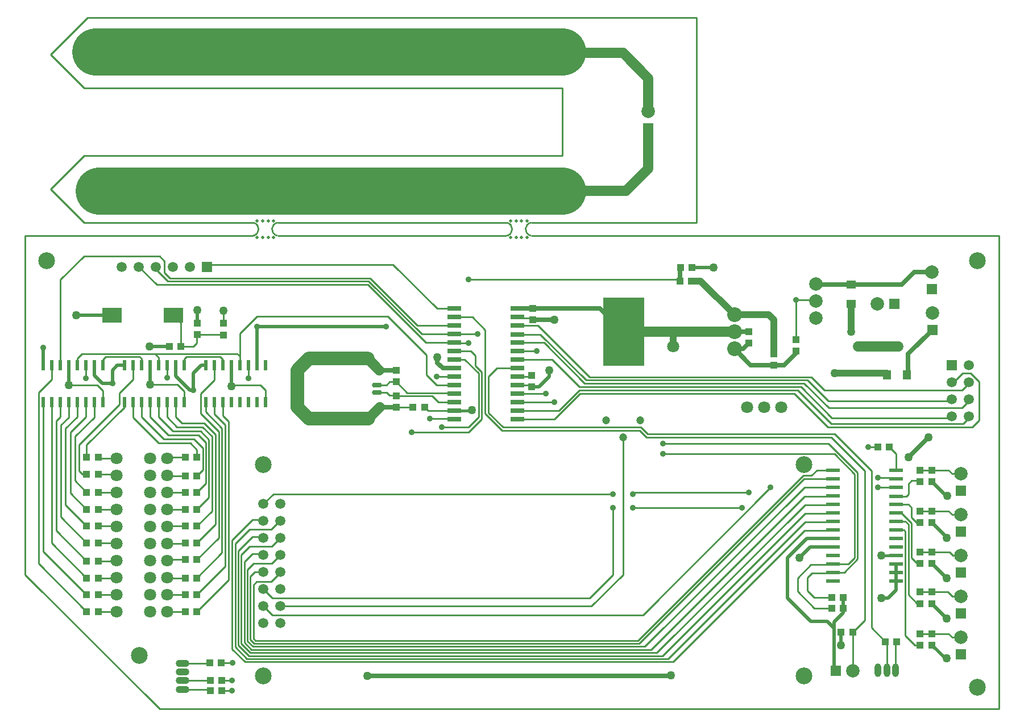
<source format=gtl>
%FSLAX44Y44*%
%MOMM*%
G71*
G01*
G75*
G04 Layer_Physical_Order=1*
G04 Layer_Color=255*
%ADD10R,1.4000X1.3000*%
%ADD11R,1.0000X1.1000*%
%ADD12R,0.6000X1.5500*%
%ADD13R,1.1000X1.0000*%
%ADD14R,2.0000X0.6000*%
%ADD15R,6.1000X10.1600*%
%ADD16R,3.0000X2.3000*%
%ADD17R,2.0000X0.7000*%
%ADD18R,1.3000X1.4000*%
%ADD19C,0.2540*%
%ADD20C,0.5000*%
%ADD21C,1.5000*%
%ADD22C,1.0000*%
%ADD23C,0.7000*%
%ADD24C,7.0000*%
%ADD25C,0.4000*%
%ADD26C,2.0000*%
%ADD27C,2.0000*%
%ADD28R,1.6000X1.6000*%
%ADD29R,1.6000X1.6000*%
%ADD30C,1.8000*%
%ADD31C,1.5000*%
%ADD32R,1.5000X1.5000*%
%ADD33O,2.0000X1.1000*%
%ADD34O,1.0000X2.0000*%
%ADD35C,0.5000*%
%ADD36C,1.2000*%
%ADD37C,2.5000*%
%ADD38R,1.5000X1.5000*%
%ADD39C,2.2000*%
%ADD40O,1.5000X0.7500*%
%ADD41C,0.9000*%
%ADD42C,1.2700*%
D10*
X1230000Y632500D02*
D03*
Y603500D02*
D03*
D11*
X1147500Y533000D02*
D03*
Y550000D02*
D03*
X256000Y575000D02*
D03*
Y558000D02*
D03*
X295000Y574500D02*
D03*
Y557500D02*
D03*
X1115000Y529500D02*
D03*
Y512500D02*
D03*
X552500Y487500D02*
D03*
Y504500D02*
D03*
X552500Y466500D02*
D03*
Y449500D02*
D03*
X1332000Y217000D02*
D03*
Y234000D02*
D03*
X1350000D02*
D03*
Y217000D02*
D03*
X1332000Y278000D02*
D03*
Y295000D02*
D03*
X1350000Y295000D02*
D03*
Y278000D02*
D03*
Y356000D02*
D03*
Y339000D02*
D03*
X1332000Y339000D02*
D03*
Y356000D02*
D03*
Y157000D02*
D03*
Y174000D02*
D03*
Y95000D02*
D03*
Y112000D02*
D03*
X1350000D02*
D03*
Y95000D02*
D03*
X1350000Y174000D02*
D03*
Y157000D02*
D03*
X1077500Y562000D02*
D03*
Y545000D02*
D03*
X756000Y597000D02*
D03*
Y580000D02*
D03*
X754000Y480000D02*
D03*
Y497000D02*
D03*
D12*
X64650Y457000D02*
D03*
X77350D02*
D03*
X90050D02*
D03*
X102750D02*
D03*
X115450D02*
D03*
X51950D02*
D03*
X39250D02*
D03*
X26550D02*
D03*
Y512000D02*
D03*
X39250D02*
D03*
X51950D02*
D03*
X115450D02*
D03*
X102750D02*
D03*
X90050D02*
D03*
X77350D02*
D03*
X64650D02*
D03*
X185650Y457000D02*
D03*
X198350D02*
D03*
X211050D02*
D03*
X223750D02*
D03*
X236450D02*
D03*
X172950D02*
D03*
X160250D02*
D03*
X147550D02*
D03*
Y512000D02*
D03*
X160250D02*
D03*
X172950D02*
D03*
X236450D02*
D03*
X223750D02*
D03*
X211050D02*
D03*
X198350D02*
D03*
X185650D02*
D03*
X306650Y457000D02*
D03*
X319350D02*
D03*
X332050D02*
D03*
X344750D02*
D03*
X357450D02*
D03*
X293950D02*
D03*
X281250D02*
D03*
X268550D02*
D03*
Y512000D02*
D03*
X281250D02*
D03*
X293950D02*
D03*
X357450D02*
D03*
X344750D02*
D03*
X332050D02*
D03*
X319350D02*
D03*
X306650D02*
D03*
D13*
X594500Y450000D02*
D03*
X577500D02*
D03*
X992000Y637500D02*
D03*
X975000D02*
D03*
X1218000Y166000D02*
D03*
X1201000D02*
D03*
X1218000Y150000D02*
D03*
X1201000D02*
D03*
X1215000Y114000D02*
D03*
X1232000D02*
D03*
X1298000Y100000D02*
D03*
X1281000D02*
D03*
X1287000Y390000D02*
D03*
X1270000D02*
D03*
X292000Y69000D02*
D03*
X275000D02*
D03*
X293000Y42000D02*
D03*
X276000D02*
D03*
X293000Y27000D02*
D03*
X276000D02*
D03*
X255500Y145000D02*
D03*
X238500D02*
D03*
X255500Y170000D02*
D03*
X238500D02*
D03*
X255500Y195000D02*
D03*
X238500D02*
D03*
X255500Y222500D02*
D03*
X238500D02*
D03*
X255500Y247500D02*
D03*
X238500D02*
D03*
X255500Y272500D02*
D03*
X238500D02*
D03*
X255500Y297500D02*
D03*
X238500D02*
D03*
X255500Y322500D02*
D03*
X238500D02*
D03*
X255500Y347500D02*
D03*
X238500D02*
D03*
X255500Y375000D02*
D03*
X238500D02*
D03*
X91500Y322500D02*
D03*
X108500D02*
D03*
X91500Y297500D02*
D03*
X108500D02*
D03*
X91500Y272500D02*
D03*
X108500D02*
D03*
X91500Y247500D02*
D03*
X108500D02*
D03*
X91500Y220000D02*
D03*
X108500D02*
D03*
X91500Y195000D02*
D03*
X108500D02*
D03*
X91500Y170000D02*
D03*
X108500D02*
D03*
X91500Y145000D02*
D03*
X108500D02*
D03*
X91500Y350000D02*
D03*
X108500D02*
D03*
X91500Y375000D02*
D03*
X108500D02*
D03*
X975500Y657500D02*
D03*
X992500D02*
D03*
X232000Y540000D02*
D03*
X215000D02*
D03*
D14*
X1297000Y355700D02*
D03*
X1203000D02*
D03*
Y190600D02*
D03*
Y241400D02*
D03*
Y317600D02*
D03*
Y304900D02*
D03*
Y279500D02*
D03*
Y216000D02*
D03*
Y228700D02*
D03*
Y254100D02*
D03*
Y292200D02*
D03*
Y266800D02*
D03*
Y330300D02*
D03*
Y203300D02*
D03*
Y343000D02*
D03*
X1297000D02*
D03*
Y203300D02*
D03*
Y330300D02*
D03*
Y266800D02*
D03*
Y292200D02*
D03*
Y254100D02*
D03*
Y228700D02*
D03*
Y316900D02*
D03*
Y216000D02*
D03*
Y279500D02*
D03*
Y304900D02*
D03*
Y241400D02*
D03*
Y190600D02*
D03*
D15*
X891000Y562000D02*
D03*
D16*
X129000Y587000D02*
D03*
X221000D02*
D03*
D17*
X733000Y431600D02*
D03*
Y482400D02*
D03*
Y545900D02*
D03*
Y520500D02*
D03*
Y457000D02*
D03*
Y557900D02*
D03*
Y469700D02*
D03*
Y495100D02*
D03*
Y533200D02*
D03*
Y507800D02*
D03*
Y571300D02*
D03*
Y444300D02*
D03*
Y584000D02*
D03*
X639000D02*
D03*
Y444300D02*
D03*
Y571300D02*
D03*
Y507800D02*
D03*
Y533200D02*
D03*
Y495100D02*
D03*
Y469700D02*
D03*
Y457000D02*
D03*
Y520500D02*
D03*
Y545900D02*
D03*
Y558600D02*
D03*
Y482400D02*
D03*
Y431600D02*
D03*
Y596700D02*
D03*
X733000D02*
D03*
D18*
X1312500Y497500D02*
D03*
X1283500D02*
D03*
D19*
X907500Y322500D02*
X1077500D01*
X905000Y320000D02*
X907500Y322500D01*
X679540Y432040D02*
Y501880D01*
X659730Y412230D02*
X679540Y432040D01*
X575270Y412230D02*
X659730D01*
X575000Y412500D02*
X575270Y412230D01*
X537500Y570000D02*
X537500Y570000D01*
X537500Y570000D01*
X345000Y585000D02*
X540000D01*
X319350Y559350D02*
X345000Y585000D01*
X319350Y525650D02*
Y559350D01*
X960600Y49300D02*
X961300Y50000D01*
X1310000Y375000D02*
X1315000D01*
X1410000Y420000D02*
X1420000Y430000D01*
X1195000Y420000D02*
X1410000D01*
X1167500Y447500D02*
X1195000Y420000D01*
X1396600Y425000D02*
X1406650Y435050D01*
X1200000Y425000D02*
X1396600D01*
X1150000Y475000D02*
X1200000Y425000D01*
X1195800Y459200D02*
X1380000D01*
X1165000Y490000D02*
X1195800Y459200D01*
X1145000Y470000D02*
X1167500Y447500D01*
X826421Y470000D02*
X1145000D01*
X825000Y475000D02*
X1150000D01*
X1201200Y433800D02*
X1380000D01*
X1155000Y480000D02*
X1201200Y433800D01*
X825000Y480000D02*
X1155000D01*
X1196570Y448430D02*
X1394630D01*
X1159540Y485460D02*
X1196570Y448430D01*
X833120Y485460D02*
X1159540D01*
X835000Y490000D02*
X1165000D01*
X1190000Y475000D02*
X1395000D01*
X1170460Y494540D02*
X1190000Y475000D01*
X840460Y494540D02*
X1170460D01*
X905000Y300000D02*
X1067500D01*
X1160000Y343000D02*
X1203000D01*
X914290Y97290D02*
X1160000Y343000D01*
X1171000Y348000D02*
X1178700Y355700D01*
X1158579Y348000D02*
X1171000D01*
X912410Y101830D02*
X1158579Y348000D01*
X1404600Y484600D02*
X1405400D01*
X1395000Y475000D02*
X1404600Y484600D01*
X1407731Y500000D02*
X1420000Y487731D01*
Y430000D02*
Y487731D01*
X1395400Y500000D02*
X1407731D01*
X1381250Y485850D02*
X1395400Y500000D01*
X1310380Y109620D02*
X1325000Y95000D01*
X1310380Y109620D02*
Y138985D01*
X1310460Y139065D02*
Y264540D01*
X1310380Y138985D02*
X1310460Y139065D01*
X1315000Y170000D02*
X1328000Y157000D01*
X226850Y483150D02*
X236450Y473550D01*
X185650Y483150D02*
X226850D01*
X639000Y558600D02*
X673600D01*
X660000Y640000D02*
X972500D01*
X975000Y637500D01*
X639900Y545000D02*
X660000D01*
X639000Y545900D02*
X639900Y545000D01*
X664300Y444300D02*
X665000Y445000D01*
X675000Y435000D02*
Y500000D01*
X660000Y420000D02*
X675000Y435000D01*
X620000Y420000D02*
X660000D01*
X670000Y511421D02*
Y526400D01*
Y511421D02*
X679540Y501880D01*
X654500Y520500D02*
X675000Y500000D01*
X1296300Y58000D02*
Y100000D01*
X236450Y457000D02*
Y473550D01*
X295000Y574500D02*
Y593500D01*
X733500Y457500D02*
X787500D01*
X370000Y320000D02*
X875000D01*
X354600Y305600D02*
X370000Y320000D01*
X602500Y432500D02*
X638100D01*
X639000Y431600D01*
X357450Y457000D02*
Y475050D01*
X350100Y482400D02*
X357450Y475050D01*
X308200Y482400D02*
X350100D01*
X306650Y480850D02*
X308200Y482400D01*
X64650Y482500D02*
X107500D01*
X115450Y474550D01*
Y457000D02*
Y474550D01*
X734500Y582500D02*
X756000D01*
X733000Y584000D02*
X734500Y582500D01*
X733000Y533200D02*
X761800D01*
X540000Y585000D02*
X597500Y527500D01*
Y497500D02*
Y527500D01*
Y497500D02*
X612600Y482400D01*
X639000D01*
X612600Y495100D02*
X639000D01*
X294500Y558000D02*
X295000Y557500D01*
X256000Y558000D02*
X295000D01*
X255000Y557000D02*
X256000Y558000D01*
X221000Y587000D02*
X232000Y576000D01*
Y540000D02*
Y576000D01*
X255000Y545000D02*
Y557000D01*
X250000Y540000D02*
X255000Y545000D01*
X232000Y540000D02*
X250000D01*
X90050Y492550D02*
Y512000D01*
X332050Y492950D02*
Y512000D01*
X211050Y493550D02*
Y512000D01*
X319350D02*
Y525650D01*
X315460Y529540D02*
X319350Y525650D01*
X192960Y529540D02*
X315460D01*
X293950Y512000D02*
Y521050D01*
X290000Y525000D02*
X293950Y521050D01*
X240000Y525000D02*
X290000D01*
X236450Y521450D02*
X240000Y525000D01*
X236450Y512000D02*
Y521450D01*
X198350Y512000D02*
Y524150D01*
X192960Y529540D02*
X198350Y524150D01*
X84540Y529540D02*
X192960D01*
X77350Y522350D02*
X84540Y529540D01*
X172950Y512000D02*
Y522050D01*
X170000Y525000D02*
X172950Y522050D01*
X120000Y525000D02*
X170000D01*
X115450Y512000D02*
Y520450D01*
X120000Y525000D01*
X77350Y512000D02*
Y522350D01*
X51950Y512000D02*
X52500Y512550D01*
Y640000D01*
X87500Y675000D01*
X200000D01*
X207500Y667500D01*
Y650000D02*
Y667500D01*
Y650000D02*
X215460Y642040D01*
X513301D01*
X584041Y571300D01*
X639000D01*
X510000Y632500D02*
X596600Y545900D01*
X195900Y632500D02*
X510000D01*
X169400Y659000D02*
X195900Y632500D01*
X212500Y637500D02*
X511421D01*
X194800Y655200D02*
X212500Y637500D01*
X511421D02*
X590321Y558600D01*
X639000D01*
X596600Y545900D02*
X639000D01*
X194800Y655200D02*
Y659000D01*
X271000D02*
X274500Y662500D01*
X547500D01*
X613300Y596700D01*
X639000D01*
X553000Y450000D02*
X577500D01*
X594500D02*
X600200Y444300D01*
X639000D01*
X568960Y471040D02*
X639000D01*
X552500Y487500D02*
X568960Y471040D01*
X639000Y469700D02*
Y471040D01*
X552500Y466500D02*
X606000D01*
X615500Y457000D01*
X639000D01*
X733000Y482400D02*
X751600D01*
X733000Y495100D02*
X752100D01*
X542500Y487500D02*
X552500D01*
X542500Y467500D02*
X551500D01*
X733300Y470000D02*
X775000D01*
X733000Y457000D02*
X733500Y457500D01*
X733000Y469700D02*
X733300Y470000D01*
X1220000Y203580D02*
X1239540Y223120D01*
X1220000Y203300D02*
Y203580D01*
X1203000Y203300D02*
X1220000D01*
X1200000Y405000D02*
X1250000Y355000D01*
X925000Y405000D02*
X1200000D01*
X915000Y415000D02*
X925000Y405000D01*
X1205000Y410000D02*
X1260000Y355000D01*
X926421Y410000D02*
X1205000D01*
X916421Y420000D02*
X926421Y410000D01*
X1250000Y132000D02*
Y355000D01*
X1205000Y380000D02*
X1235000Y350000D01*
X1171300Y202300D02*
X1203000D01*
X1239540Y223120D02*
Y351880D01*
X1170000Y215000D02*
X1203000D01*
X1235000Y225000D02*
Y350000D01*
X1226000Y216000D02*
X1235000Y225000D01*
X1203000Y216000D02*
X1226000D01*
X1232000Y114000D02*
X1250000Y132000D01*
X1260000Y121000D02*
Y355000D01*
Y121000D02*
X1281000Y100000D01*
X1270000Y345000D02*
X1295000D01*
X1297000Y343000D01*
X1270000Y330000D02*
X1296700D01*
X1297000Y330300D01*
X875000Y200000D02*
Y300000D01*
X840000Y165000D02*
X875000Y200000D01*
X368200Y165000D02*
X840000D01*
X920000Y140000D02*
X1110000Y330000D01*
X367800Y140000D02*
X920000D01*
X922750Y92750D02*
X1160300Y330300D01*
X932160Y88160D02*
X1160600Y316600D01*
X940620Y83620D02*
X1160900Y303900D01*
X949080Y79080D02*
X1161200Y291200D01*
X957540Y74540D02*
X1161500Y278500D01*
X965000Y70000D02*
X1160800Y265800D01*
X354600Y178600D02*
X368200Y165000D01*
X354600Y153200D02*
X367800Y140000D01*
X843200Y153200D02*
X890000Y200000D01*
X1150000Y195000D02*
X1170000Y215000D01*
X1150000Y175000D02*
Y195000D01*
Y175000D02*
X1175000Y150000D01*
Y166000D02*
X1201000D01*
X1165000Y176000D02*
X1175000Y166000D01*
X1165000Y176000D02*
Y196000D01*
X1171300Y202300D01*
X890000Y200000D02*
Y404550D01*
X327000Y70000D02*
X965000D01*
X1160600Y316600D02*
X1202000D01*
X380000Y153200D02*
X843200D01*
X339780Y104761D02*
Y184780D01*
X335240Y102880D02*
Y197240D01*
X330700Y101000D02*
Y207700D01*
X326160Y98881D02*
Y218960D01*
X321620Y97000D02*
Y229651D01*
X317080Y95000D02*
Y235280D01*
X312540Y92000D02*
Y245971D01*
X308000Y89000D02*
Y251600D01*
X303000Y192500D02*
Y428000D01*
X255500Y145000D02*
X303000Y192500D01*
X298000Y212500D02*
Y423000D01*
X255500Y170000D02*
X298000Y212500D01*
X339780Y184780D02*
X344370Y189370D01*
X335240Y197240D02*
X342000Y204000D01*
X344370Y189370D02*
X366370D01*
X342000Y204000D02*
X354600D01*
X255500Y222500D02*
X288000Y255000D01*
X711421Y420000D02*
X916421D01*
X639000Y520500D02*
X654500D01*
X663200Y533200D02*
X670000Y526400D01*
X639000Y533200D02*
X663200D01*
X293000Y27000D02*
X308000D01*
X293000Y42000D02*
X308000D01*
X292000Y69000D02*
X309000D01*
X702800Y507800D02*
X733000D01*
X690000Y495000D02*
X702800Y507800D01*
X690000Y441421D02*
Y495000D01*
Y441421D02*
X711421Y420000D01*
X639000Y584000D02*
X666000D01*
X685000Y565000D01*
Y440000D02*
Y565000D01*
Y440000D02*
X710000Y415000D01*
X915000D01*
X733000Y431600D02*
X788020D01*
X826421Y470000D01*
X733000Y571300D02*
X733070Y571230D01*
X763770D01*
X840460Y494540D01*
X733000Y545900D02*
X772680D01*
X833120Y485460D01*
X1394630Y448430D02*
X1406650Y460450D01*
X733000Y557900D02*
X767100D01*
X835000Y490000D01*
X794300Y444300D02*
X825000Y475000D01*
X733000Y444300D02*
X794300D01*
X784500Y520500D02*
X825000Y480000D01*
X733000Y520500D02*
X784500D01*
X1255000Y390000D02*
X1270000D01*
X1287000D02*
X1297000Y380000D01*
Y355700D02*
Y380000D01*
X1283000Y58000D02*
Y100000D01*
X1380600Y106400D02*
X1393000D01*
X1375000Y112000D02*
X1380600Y106400D01*
X1350000Y112000D02*
X1375000D01*
X1332000D02*
X1350000D01*
X1380600Y167400D02*
X1393000D01*
X1374000Y174000D02*
X1380600Y167400D01*
X1350000Y174000D02*
X1374000D01*
X1332000D02*
X1350000D01*
X1381600Y228400D02*
X1393000D01*
X1376000Y234000D02*
X1381600Y228400D01*
X1350000Y234000D02*
X1376000D01*
X1332000D02*
X1350000D01*
X1380600Y289400D02*
X1393000D01*
X1375000Y295000D02*
X1380600Y289400D01*
X1350000Y295000D02*
X1375000D01*
X1350000Y295000D02*
X1350000Y295000D01*
X1332000Y295000D02*
X1350000D01*
X1380600Y350400D02*
X1393000D01*
X1375000Y356000D02*
X1380600Y350400D01*
X1350000Y356000D02*
X1375000D01*
X1350000Y356000D02*
X1350000Y356000D01*
X1332000Y356000D02*
X1350000D01*
X1297000Y316900D02*
X1311900D01*
X1315000Y320000D01*
Y335000D01*
X1320000Y340000D01*
X1331000D01*
X1332000Y339000D01*
X1315000Y305000D02*
X1320000Y300000D01*
X1297100Y305000D02*
X1315000D01*
X1327000Y278000D02*
X1332000D01*
X1320000Y225000D02*
X1328000Y217000D01*
X1332000D01*
X1308200Y266800D02*
X1310460Y264540D01*
X1297000Y266800D02*
X1308200D01*
X1325000Y95000D02*
X1332000D01*
X1331000Y96000D02*
X1332000Y95000D01*
X1329000Y336000D02*
X1332000Y339000D01*
X366370Y189370D02*
X380000Y203000D01*
X367000Y217000D02*
X379400Y229400D01*
X340000Y217000D02*
X367000D01*
X338600Y231400D02*
X352600D01*
X367370Y242170D02*
X380000Y254800D01*
X334139Y242170D02*
X367370D01*
X338600Y256800D02*
X352600D01*
X379200Y280200D02*
X380000D01*
X366570Y267570D02*
X379200Y280200D01*
X334139Y267570D02*
X366570D01*
X352600Y282200D02*
X354600Y280200D01*
X338600Y282200D02*
X352600D01*
X339780Y104761D02*
X342711Y101830D01*
X912410D01*
X1178700Y355700D02*
X1203000D01*
X335240Y102880D02*
X340830Y97290D01*
X914290D01*
X330700Y207700D02*
X340000Y217000D01*
X330700Y101000D02*
X338950Y92750D01*
X922750D01*
X336880Y88160D02*
X932160D01*
X326160Y98881D02*
X336880Y88160D01*
X335000Y83620D02*
X940620D01*
X333000Y79080D02*
X949080D01*
X330000Y74540D02*
X957540D01*
X321620Y97000D02*
X335000Y83620D01*
X317080Y95000D02*
X333000Y79080D01*
X312540Y92000D02*
X330000Y74540D01*
X1160300Y330300D02*
X1203000D01*
X1160800Y265800D02*
X1202000D01*
X1161500Y278500D02*
X1202000D01*
X1161200Y291200D02*
X1202000D01*
X1160900Y303900D02*
X1202000D01*
X326160Y218960D02*
X338600Y231400D01*
X321620Y229651D02*
X334139Y242170D01*
X261000Y470000D02*
X281250Y490250D01*
X261000Y440000D02*
Y470000D01*
Y440000D02*
X288000Y413000D01*
X140000Y471000D02*
X160250Y491250D01*
X140000Y454000D02*
Y471000D01*
X80000Y394000D02*
X140000Y454000D01*
X308000Y89000D02*
X327000Y70000D01*
X317080Y235280D02*
X338600Y256800D01*
X312540Y245971D02*
X334139Y267570D01*
X308000Y251600D02*
X338600Y282200D01*
X293000Y232500D02*
Y418000D01*
X255500Y195000D02*
X293000Y232500D01*
X288000Y255000D02*
Y413000D01*
X1175000Y150000D02*
X1201000D01*
X1232000Y57400D02*
Y114000D01*
X1392400Y168000D02*
X1393000Y167400D01*
X293950Y437050D02*
X303000Y428000D01*
X281250Y439750D02*
X298000Y423000D01*
X268550Y442450D02*
X293000Y418000D01*
X266000Y426000D02*
X283000Y409000D01*
Y275000D02*
Y409000D01*
X255500Y247500D02*
X283000Y275000D01*
X264000Y420000D02*
X278000Y406000D01*
Y295000D02*
Y406000D01*
X255500Y272500D02*
X278000Y295000D01*
X261000Y414000D02*
X273350Y401650D01*
Y315350D02*
Y401650D01*
X255500Y297500D02*
X273350Y315350D01*
X258000Y408000D02*
X268810Y397190D01*
Y335810D02*
Y397190D01*
X255500Y322500D02*
X268810Y335810D01*
X251000Y402000D02*
X264270Y388730D01*
Y356270D02*
Y388730D01*
X255500Y347500D02*
X264270Y356270D01*
X20000Y472000D02*
X39250Y491250D01*
X20000Y216500D02*
Y472000D01*
Y216500D02*
X91500Y145000D01*
X234000Y42000D02*
X276000D01*
X234000Y29000D02*
X274000D01*
X234000Y68000D02*
X274000D01*
X293950Y437050D02*
Y457000D01*
X281250Y439750D02*
Y457000D01*
X268550Y442450D02*
Y457000D01*
X281250Y490250D02*
Y512000D01*
X80000Y355000D02*
Y394000D01*
X102750Y434750D02*
Y457000D01*
X74000Y406000D02*
X102750Y434750D01*
X74000Y340000D02*
Y406000D01*
X90050Y435050D02*
Y457000D01*
X67000Y412000D02*
X90050Y435050D01*
X67000Y322000D02*
Y412000D01*
X77350Y435350D02*
Y457000D01*
X60000Y418000D02*
X77350Y435350D01*
X60000Y304000D02*
Y418000D01*
X64650Y434650D02*
Y457000D01*
X53000Y423000D02*
X64650Y434650D01*
X53000Y286000D02*
Y423000D01*
X51950Y434950D02*
Y457000D01*
X46000Y429000D02*
X51950Y434950D01*
X46000Y265500D02*
Y429000D01*
Y265500D02*
X91500Y220000D01*
X53000Y286000D02*
X91500Y247500D01*
X60000Y304000D02*
X91500Y272500D01*
X67000Y322000D02*
X91500Y297500D01*
X74000Y340000D02*
X91500Y322500D01*
X39250Y247250D02*
Y457000D01*
Y247250D02*
X91500Y195000D01*
X26550Y234950D02*
Y457000D01*
Y234950D02*
X91500Y170000D01*
Y393500D02*
X147550Y449550D01*
X91500Y375000D02*
Y393500D01*
X147550Y449550D02*
Y457000D01*
X219750Y414000D02*
X261000D01*
X198350Y435400D02*
X219750Y414000D01*
X198350Y435400D02*
Y457000D01*
X199000Y396000D02*
X246000D01*
X160250Y434750D02*
X199000Y396000D01*
X160250Y434750D02*
Y457000D01*
X206000Y402000D02*
X251000D01*
X172950Y435050D02*
X206000Y402000D01*
X172950Y435050D02*
Y457000D01*
X213000Y408000D02*
X258000D01*
X185650Y435350D02*
X213000Y408000D01*
X185650Y435350D02*
Y457000D01*
X226000Y420000D02*
X264000D01*
X211050Y434950D02*
X226000Y420000D01*
X211050Y434950D02*
Y457000D01*
X233000Y426000D02*
X266000D01*
X223750Y435250D02*
X233000Y426000D01*
X223750Y435250D02*
Y457000D01*
X255500Y375000D02*
Y386500D01*
X246000Y396000D02*
X255500Y386500D01*
X160250Y491250D02*
Y512000D01*
X85000Y350000D02*
X91500D01*
X80000Y355000D02*
X85000Y350000D01*
X39250Y491250D02*
Y512000D01*
X212200Y375000D02*
X238500D01*
X211900Y347500D02*
X238500D01*
X211500Y322500D02*
X238500D01*
X211100Y297500D02*
X238500D01*
X211300Y272500D02*
X238500D01*
X211000Y246800D02*
X237800D01*
X212100Y222500D02*
X238500D01*
X212000Y195000D02*
X238500D01*
X211400Y170000D02*
X238500D01*
X211000Y145000D02*
X238500D01*
X108500D02*
X136000D01*
X108500Y170000D02*
X135600D01*
X108500Y195000D02*
X135000D01*
X108500Y220000D02*
X134600D01*
X108500Y247500D02*
X135300D01*
X108500Y272500D02*
X135700D01*
X108500Y297500D02*
X135900D01*
X108500Y322500D02*
X135500D01*
X108500Y350000D02*
X134400D01*
X109700Y373800D02*
X136000D01*
X1297000Y279500D02*
X1310500D01*
X1315000Y275000D01*
Y170000D02*
Y275000D01*
X1320000Y285000D02*
Y300000D01*
Y285000D02*
X1327000Y278000D01*
X1320000Y225000D02*
Y277000D01*
X1297000Y292200D02*
X1304800D01*
X1320000Y277000D01*
X538000Y472000D02*
X542500Y467500D01*
X538000Y483000D02*
X542500Y487500D01*
X524000Y483000D02*
X526000Y485000D01*
X524000Y483000D02*
X538000D01*
X524000Y472000D02*
X538000D01*
X950000Y380000D02*
X1205000D01*
X950000Y395000D02*
X1196421D01*
X1239540Y351880D01*
X1147500Y610000D02*
X1177500D01*
X1147500Y550000D02*
Y610000D01*
X338805Y705086D02*
G03*
X340088Y724659I-1305J9914D01*
G01*
X376195Y724914D02*
G03*
X374912Y705341I1305J-9914D01*
G01*
X753781Y724914D02*
G03*
X752498Y705341I1305J-9914D01*
G01*
X716392Y705086D02*
G03*
X717674Y724659I-1305J9914D01*
G01*
X-0Y200000D02*
Y705000D01*
Y200000D02*
X200000Y0D01*
X1450000D01*
Y705000D01*
X1450000Y705000D02*
X1450000Y705000D01*
X1000000Y705000D02*
X1450000D01*
X999915Y705086D02*
X1000000Y705000D01*
X753695Y705086D02*
X999915D01*
X753695Y724914D02*
X999914D01*
X1000000Y725000D01*
Y1030000D01*
X92500D02*
X1000000D01*
X37500Y975000D02*
X92500Y1030000D01*
X37500Y975000D02*
X87500Y925000D01*
X800000D01*
Y825000D02*
Y925000D01*
X87500Y825000D02*
X800000D01*
X37500Y775000D02*
X87500Y825000D01*
X37500Y775000D02*
X87500Y725000D01*
X339853D01*
X86Y705086D02*
X338805D01*
X-0Y705000D02*
X86Y705086D01*
X376195Y724914D02*
X717439D01*
X376195Y705086D02*
X716305D01*
D20*
X1371500Y317500D02*
X1373250D01*
X1350000Y339000D02*
X1371500Y317500D01*
X1372500Y255000D02*
Y255500D01*
X1350000Y278000D02*
X1372500Y255500D01*
X1372000Y195000D02*
X1372500D01*
X1350000Y217000D02*
X1372000Y195000D01*
X1372000Y135000D02*
X1372500D01*
X1350000Y157000D02*
X1372000Y135000D01*
X1370000Y75000D02*
X1372500D01*
X1350000Y95000D02*
X1370000Y75000D01*
X345000Y570000D02*
X537500D01*
X1297000Y177000D02*
Y190600D01*
X1285000Y165000D02*
X1297000Y177000D01*
X1275000Y165000D02*
X1285000D01*
X250000Y500000D02*
X262000Y512000D01*
X250000Y475000D02*
Y500000D01*
X245000Y475000D02*
X250000D01*
X223750Y496250D02*
X245000Y475000D01*
X223750Y496250D02*
Y512000D01*
X780000Y495000D02*
Y505000D01*
X765000Y480000D02*
X780000Y495000D01*
X754000Y480000D02*
X765000D01*
X1135000Y225000D02*
X1164100Y254100D01*
X1204150Y120000D02*
Y129150D01*
Y59850D02*
Y120000D01*
X1135000Y165000D02*
Y225000D01*
Y165000D02*
X1170000Y130000D01*
X1194150D01*
X1204150Y120000D01*
X1164100Y254100D02*
X1203000D01*
X1204150Y129150D02*
X1218000Y143000D01*
X1204150Y59850D02*
X1207000Y57000D01*
X1215000Y95000D02*
Y114000D01*
X1218000Y143000D02*
Y150000D01*
X262000Y512000D02*
X268550D01*
X137000D02*
X147550D01*
X130000Y505000D02*
X137000Y512000D01*
X130000Y485000D02*
Y505000D01*
X115000Y485000D02*
X130000D01*
X102750Y497250D02*
X115000Y485000D01*
X345000Y512250D02*
Y570000D01*
X344750Y512000D02*
X345000Y512250D01*
X102750Y497250D02*
Y512000D01*
X26550D02*
Y538450D01*
X64650Y482500D02*
Y512000D01*
X185000Y540000D02*
X215000D01*
X75500Y587000D02*
X129000D01*
X992500Y657500D02*
X1025000D01*
X1152500Y225000D02*
X1168900Y241400D01*
X1203000D01*
X1297000Y190600D02*
Y203300D01*
Y216000D01*
X1218000Y150000D02*
Y166000D01*
X306650Y480850D02*
Y512000D01*
X185650Y483150D02*
Y512000D01*
X256000Y575000D02*
Y594000D01*
X751600Y482400D02*
X754000Y480000D01*
D21*
X965000Y562000D02*
X1056000D01*
X891000D02*
X965000D01*
X927500Y890400D02*
Y940000D01*
Y805000D02*
Y865000D01*
X895000Y772500D02*
X927500Y805000D01*
X800000Y772500D02*
X895000D01*
X800000Y977500D02*
X890000D01*
X927500Y940000D01*
X511000Y432500D02*
X528000Y449500D01*
X510000Y522500D02*
X527500Y505000D01*
X1240000Y540000D02*
X1300000D01*
D22*
X965000D02*
Y562000D01*
X1205000Y500000D02*
X1283500D01*
X992000Y637500D02*
X1005900D01*
X1056000Y587400D01*
X1056100Y587500D01*
X1107500D01*
X1115000Y529500D02*
Y580000D01*
X1107500Y587500D02*
X1115000Y580000D01*
X1230000Y562500D02*
Y603500D01*
D23*
X1315000Y375000D02*
X1345000Y405000D01*
X509300Y49300D02*
X960600D01*
X528000Y449500D02*
X552500D01*
X527500Y505000D02*
X552000D01*
X756000Y580000D02*
X787500D01*
X613500Y516000D02*
Y524000D01*
Y516000D02*
X621700Y507800D01*
X639000D01*
X1115000Y512500D02*
X1130000D01*
X1069100Y536600D02*
X1077500Y545000D01*
X1056000Y536600D02*
X1069100D01*
X1056000Y562000D02*
X1077500D01*
X1080100Y512500D02*
X1115000D01*
X1056000Y536600D02*
X1080100Y512500D01*
X975000Y637500D02*
Y657000D01*
X755700Y596700D02*
X756000Y597000D01*
X733000Y596700D02*
X755700D01*
X856000Y597000D02*
X891000Y562000D01*
X756000Y597000D02*
X856000D01*
X1323900Y651400D02*
X1350000D01*
X1314750Y500000D02*
Y528750D01*
X1351000Y565000D01*
X1130000Y512500D02*
X1147500Y530000D01*
X1305000Y632500D02*
X1323900Y651400D01*
X1177500Y632500D02*
X1305000D01*
D24*
X110000Y772500D02*
X800000D01*
X105000Y980000D02*
X800000D01*
D25*
X1275000Y228700D02*
X1297000D01*
X639000Y444300D02*
X664300D01*
D26*
X405000Y450000D02*
Y505000D01*
X422500Y432500D02*
X511000D01*
X405000Y450000D02*
X422500Y432500D01*
Y522500D02*
X510000D01*
X405000Y505000D02*
X422500Y522500D01*
D27*
X1350000Y651400D02*
D03*
X1393000Y106400D02*
D03*
Y167400D02*
D03*
X1393000Y228400D02*
D03*
Y289400D02*
D03*
Y350400D02*
D03*
X1268600Y604000D02*
D03*
X1351000Y590400D02*
D03*
X927500Y890400D02*
D03*
X1232400Y57000D02*
D03*
X1177500Y632900D02*
D03*
Y582100D02*
D03*
Y607500D02*
D03*
D28*
X1350000Y626000D02*
D03*
X1393000Y81000D02*
D03*
Y142000D02*
D03*
X1393000Y203000D02*
D03*
Y264000D02*
D03*
Y325000D02*
D03*
X1351000Y565000D02*
D03*
X927500Y865000D02*
D03*
D29*
X1294000Y604000D02*
D03*
X1207000Y57000D02*
D03*
D30*
X1125400Y450000D02*
D03*
X1074600D02*
D03*
X1100000D02*
D03*
X186000Y145000D02*
D03*
Y170400D02*
D03*
Y196000D02*
D03*
Y221400D02*
D03*
Y297600D02*
D03*
Y323000D02*
D03*
Y246800D02*
D03*
Y272200D02*
D03*
Y348400D02*
D03*
Y373800D02*
D03*
X211000D02*
D03*
Y348400D02*
D03*
Y272200D02*
D03*
Y246800D02*
D03*
Y323000D02*
D03*
Y297600D02*
D03*
Y221400D02*
D03*
Y196000D02*
D03*
Y170400D02*
D03*
Y145000D02*
D03*
X136000Y373800D02*
D03*
Y348400D02*
D03*
Y272200D02*
D03*
Y246800D02*
D03*
Y323000D02*
D03*
Y297600D02*
D03*
Y221400D02*
D03*
Y196000D02*
D03*
Y170400D02*
D03*
Y145000D02*
D03*
X965000Y540000D02*
D03*
D31*
X1405400Y436300D02*
D03*
X1380000D02*
D03*
X1405400Y461700D02*
D03*
X1380000D02*
D03*
X1405400Y487100D02*
D03*
X1380000D02*
D03*
X1405400Y512500D02*
D03*
X245600Y659000D02*
D03*
X220200D02*
D03*
X194800D02*
D03*
X169400D02*
D03*
X144000D02*
D03*
X380000Y127800D02*
D03*
Y153200D02*
D03*
Y178600D02*
D03*
Y204000D02*
D03*
Y229400D02*
D03*
Y254800D02*
D03*
X354600D02*
D03*
Y305600D02*
D03*
Y280200D02*
D03*
Y127800D02*
D03*
Y229400D02*
D03*
Y204000D02*
D03*
Y178600D02*
D03*
Y153200D02*
D03*
X380000Y280200D02*
D03*
Y305600D02*
D03*
D32*
X1380000Y512500D02*
D03*
D33*
X234000Y29000D02*
D03*
Y42000D02*
D03*
Y55000D02*
D03*
Y68000D02*
D03*
D34*
X1269700Y58000D02*
D03*
X1283000D02*
D03*
X1296300D02*
D03*
D35*
X747500Y727500D02*
D03*
X739167D02*
D03*
X730833D02*
D03*
X722500D02*
D03*
Y702500D02*
D03*
X730833D02*
D03*
X739167D02*
D03*
X747500D02*
D03*
X370000D02*
D03*
X361667D02*
D03*
X353333D02*
D03*
X345000D02*
D03*
Y727500D02*
D03*
X353333D02*
D03*
X361667D02*
D03*
X370000D02*
D03*
D36*
X915400Y429950D02*
D03*
X890000Y404550D02*
D03*
X864600Y429950D02*
D03*
D37*
X170000Y80000D02*
D03*
X32000Y668000D02*
D03*
X1418000D02*
D03*
Y32000D02*
D03*
X354600Y364000D02*
D03*
X1159600D02*
D03*
Y49000D02*
D03*
X354600D02*
D03*
D38*
X271000Y659000D02*
D03*
D39*
X1056000Y536600D02*
D03*
Y587400D02*
D03*
Y562000D02*
D03*
D40*
X524000Y482600D02*
D03*
Y471900D02*
D03*
D41*
X1077500Y322500D02*
D03*
X575000Y412500D02*
D03*
X345000Y570000D02*
D03*
X537500D02*
D03*
X1067500Y300000D02*
D03*
X905000D02*
D03*
Y320000D02*
D03*
X250000Y475000D02*
D03*
X673600Y558600D02*
D03*
X660000Y640000D02*
D03*
Y545000D02*
D03*
X130000Y485000D02*
D03*
X26550Y538450D02*
D03*
X787500Y457500D02*
D03*
X602500Y432500D02*
D03*
X620000Y420000D02*
D03*
X761800Y533200D02*
D03*
X612600Y495100D02*
D03*
X332050Y492950D02*
D03*
X90050Y492550D02*
D03*
X211050Y493550D02*
D03*
X775000Y470000D02*
D03*
X1270000Y345000D02*
D03*
Y330000D02*
D03*
X875000Y320000D02*
D03*
Y300000D02*
D03*
X1110000Y330000D02*
D03*
X308000Y27000D02*
D03*
Y42000D02*
D03*
X309000Y69000D02*
D03*
X1255000Y390000D02*
D03*
X950000Y380000D02*
D03*
Y395000D02*
D03*
X1147500Y610000D02*
D03*
D42*
X1373250Y317500D02*
D03*
X1372500Y255000D02*
D03*
Y195000D02*
D03*
Y135000D02*
D03*
Y75000D02*
D03*
X1300000Y540000D02*
D03*
X1315000Y375000D02*
D03*
X105000Y980000D02*
D03*
X238000D02*
D03*
X371000D02*
D03*
X504000D02*
D03*
X770000D02*
D03*
X637000D02*
D03*
X642000Y771000D02*
D03*
X775000D02*
D03*
X509000D02*
D03*
X376000D02*
D03*
X243000D02*
D03*
X110000D02*
D03*
X1345000Y405000D02*
D03*
X961300Y50000D02*
D03*
X509300Y49300D02*
D03*
X1275000Y228700D02*
D03*
Y165000D02*
D03*
X1205000Y500000D02*
D03*
X405000Y480000D02*
D03*
X490000Y525000D02*
D03*
X435000D02*
D03*
X440000Y435000D02*
D03*
X490000D02*
D03*
X780000Y505000D02*
D03*
X665000Y445000D02*
D03*
X1215000Y95000D02*
D03*
X295000Y593500D02*
D03*
X185000Y540000D02*
D03*
X75500Y587000D02*
D03*
X1025000Y657500D02*
D03*
X1152500Y225000D02*
D03*
X64650Y482500D02*
D03*
X306650Y480850D02*
D03*
X185650Y483150D02*
D03*
X787500Y580000D02*
D03*
X613500Y524000D02*
D03*
X256000Y594000D02*
D03*
X1240000Y540000D02*
D03*
X1230000Y562500D02*
D03*
M02*

</source>
